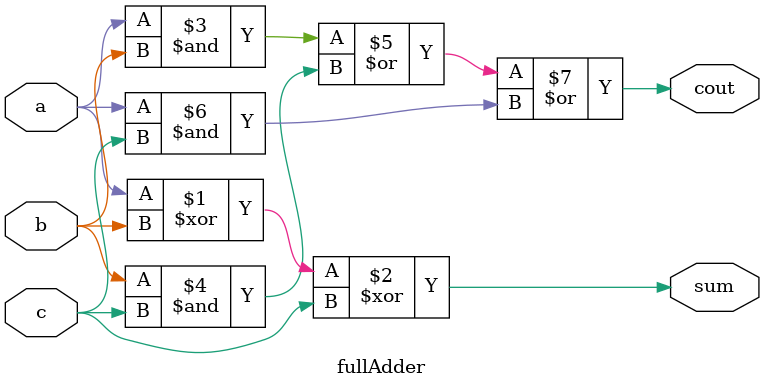
<source format=sv>

module fullAdder (input  logic a, b, c, output logic sum, cout);
   
  assign sum = a^b^c;
  assign cout = a&b|b&c|a&c;
   
endmodule
/*module fullAdder (input  logic a, b, c, output logic sum, cout);
   
  assign sum = (~a & ~b & c) | (~a & b & ~c) | (a & ~b & ~c) | (a & b & c);
   assign cout = (a & b & ~c) | (a & ~b & c) | (~a & b & c) | (a & b & c);
   
endmodule
i personally prefer the simpler format so i changed it :P
most snarky comments brought to you by luke pierce :) its my favorite past time
*/
</source>
